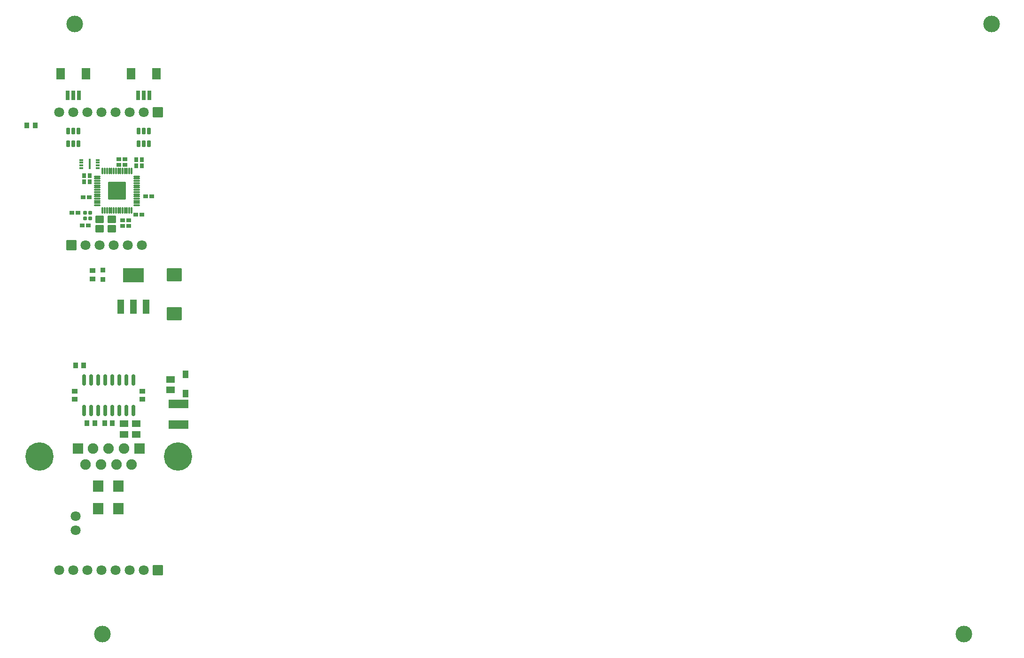
<source format=gts>
G04 Layer: TopSolderMaskLayer*
G04 EasyEDA v6.5.29, 2023-07-20 14:59:44*
G04 987ae69db31144c28cf86215047d26b3,5a6b42c53f6a479593ecc07194224c93,10*
G04 Gerber Generator version 0.2*
G04 Scale: 100 percent, Rotated: No, Reflected: No *
G04 Dimensions in millimeters *
G04 leading zeros omitted , absolute positions ,4 integer and 5 decimal *
%FSLAX45Y45*%
%MOMM*%

%AMMACRO1*1,1,$1,$2,$3*1,1,$1,$4,$5*1,1,$1,0-$2,0-$3*1,1,$1,0-$4,0-$5*20,1,$1,$2,$3,$4,$5,0*20,1,$1,$4,$5,0-$2,0-$3,0*20,1,$1,0-$2,0-$3,0-$4,0-$5,0*20,1,$1,0-$4,0-$5,$2,$3,0*4,1,4,$2,$3,$4,$5,0-$2,0-$3,0-$4,0-$5,$2,$3,0*%
%ADD10MACRO1,0.1016X1.296X-1.1038X-1.296X-1.1038*%
%ADD11MACRO1,0.1016X1.296X1.1038X-1.296X1.1038*%
%ADD12MACRO1,0.1016X0.4032X0.432X0.4032X-0.432*%
%ADD13MACRO1,0.1016X-0.4032X0.432X-0.4032X-0.432*%
%ADD14MACRO1,0.1016X0.432X-0.4032X-0.432X-0.4032*%
%ADD15MACRO1,0.1016X0.432X0.4032X-0.432X0.4032*%
%ADD16MACRO1,0.1016X0.45X0.4X0.45X-0.4*%
%ADD17MACRO1,0.1016X-0.4X0.45X0.4X0.45*%
%ADD18MACRO1,0.1016X-0.266X0.536X0.266X0.536*%
%ADD19MACRO1,0.1016X-0.85X0.85X0.85X0.85*%
%ADD20C,1.8016*%
%ADD21MACRO1,0.1016X-0.525X-1.2325X0.525X-1.2325*%
%ADD22MACRO1,0.1016X1.77X-1.2325X-1.77X-1.2325*%
%ADD23MACRO1,0.1016X0.3X-0.775X-0.3X-0.775*%
%ADD24MACRO1,0.1016X0.75X-1X-0.75X-1*%
%ADD25MACRO1,0.1016X0.6885X-0.5663X-0.6885X-0.5663*%
%ADD26MACRO1,0.1016X0.6885X0.5663X-0.6885X0.5663*%
%ADD27MACRO1,0.1016X-0.9X-1X-0.9X1*%
%ADD28O,0.7036053999999999X2.0725892000000004*%
%ADD29MACRO1,0.1016X1.7496X-0.7033X-1.7496X-0.7033*%
%ADD30MACRO1,0.1016X1.7496X0.7033X-1.7496X0.7033*%
%ADD31MACRO1,0.1016X0.475X0.6X0.475X-0.6*%
%ADD32MACRO1,0.1016X-0.4X0.4X0.4X0.4*%
%ADD33MACRO1,0.1016X0.275X-0.275X-0.275X-0.275*%
%ADD34MACRO1,0.1016X-0.395X-0.27X-0.395X0.27*%
%ADD35MACRO1,0.1016X0.395X-0.27X0.395X0.27*%
%ADD36MACRO1,0.1016X0.27X-0.395X-0.27X-0.395*%
%ADD37MACRO1,0.1016X0.27X0.395X-0.27X0.395*%
%ADD38MACRO1,0.1016X-0.3X0.14X0.3X0.14*%
%ADD39MACRO1,0.1016X0.15X-0.85X-0.15X-0.85*%
%ADD40MACRO1,0.1016X0.395X0.27X0.395X-0.27*%
%ADD41MACRO1,0.1016X-0.395X0.27X-0.395X-0.27*%
%ADD42MACRO1,0.1X-0.55X0.1X0.55X0.1*%
%ADD43MACRO1,0.1X-0.1X-0.55X-0.1X0.55*%
%ADD44MACRO1,0.1X0.55X-0.1X-0.55X-0.1*%
%ADD45MACRO1,0.1X0.1X0.55X0.1X-0.55*%
%ADD46MACRO1,0.1X-1.55X1.55X1.55X1.55*%
%ADD47MACRO1,0.1016X0.7X-0.6X0.7X0.6*%
%ADD48MACRO1,0.1016X-0.7X-0.6X-0.7X0.6*%
%ADD49MACRO1,0.1016X-0.7X0.6X-0.7X-0.6*%
%ADD50MACRO1,0.1016X0.7X0.6X0.7X-0.6*%
%ADD51MACRO1,0.1016X-0.27X0.395X0.27X0.395*%
%ADD52MACRO1,0.1016X-0.27X-0.395X0.27X-0.395*%
%ADD53MACRO1,0.1016X-0.85X-0.85X0.85X-0.85*%
%ADD54C,1.9016*%
%ADD55C,5.1016*%
%ADD56MACRO1,0.1016X-0.9X0.9X0.9X0.9*%
%ADD57MACRO1,0.1016X0.9X0.9X-0.9X0.9*%
%ADD58C,3.0000*%
%ADD59C,0.0133*%

%LPD*%
D10*
G01*
X6096000Y5926424D03*
D11*
G01*
X6096000Y5224175D03*
D12*
G01*
X3442575Y8623300D03*
D13*
G01*
X3593224Y8623300D03*
D14*
G01*
X4622800Y6006224D03*
D15*
G01*
X4622800Y5855575D03*
D16*
G01*
X4305300Y3689200D03*
G01*
X4305300Y3829199D03*
D17*
G01*
X4464199Y4292600D03*
G01*
X4324200Y4292600D03*
D16*
G01*
X5524500Y3689200D03*
G01*
X5524500Y3829199D03*
D17*
G01*
X4667399Y3251200D03*
G01*
X4527400Y3251200D03*
G01*
X4984899Y3251200D03*
G01*
X4844900Y3251200D03*
D18*
G01*
X5454904Y8292490D03*
G01*
X5549900Y8292490D03*
G01*
X5644895Y8292490D03*
G01*
X5644895Y8522309D03*
G01*
X5549900Y8522309D03*
G01*
X5454904Y8522309D03*
D19*
G01*
X4243689Y6464287D03*
D20*
G01*
X4497679Y6464274D03*
G01*
X4751679Y6464274D03*
G01*
X5005679Y6464274D03*
G01*
X5259679Y6464274D03*
G01*
X5513679Y6464274D03*
D21*
G01*
X5129400Y5353050D03*
G01*
X5359400Y5353050D03*
G01*
X5589399Y5353050D03*
D22*
G01*
X5359400Y5924550D03*
D23*
G01*
X5649899Y9166148D03*
G01*
X5549900Y9166148D03*
G01*
X5449900Y9166148D03*
D24*
G01*
X5319899Y9553648D03*
G01*
X5779898Y9553648D03*
D25*
G01*
X5410200Y3249604D03*
D26*
G01*
X5410200Y3049595D03*
D25*
G01*
X5194300Y3249604D03*
D26*
G01*
X5194300Y3049595D03*
D27*
G01*
X5092700Y1717700D03*
G01*
X5092700Y2117699D03*
G01*
X4724400Y1717700D03*
G01*
X4724400Y2117699D03*
D28*
G01*
X4470400Y3485642D03*
G01*
X4597400Y3485642D03*
G01*
X4724400Y3485642D03*
G01*
X4851400Y3485642D03*
G01*
X4978400Y3485642D03*
G01*
X5105400Y3485642D03*
G01*
X5232400Y3485642D03*
G01*
X5359400Y3485642D03*
G01*
X4470400Y4032757D03*
G01*
X4597400Y4032757D03*
G01*
X4724400Y4032757D03*
G01*
X4851400Y4032757D03*
G01*
X4978400Y4032757D03*
G01*
X5105400Y4032757D03*
G01*
X5232400Y4032757D03*
G01*
X5359400Y4032757D03*
D29*
G01*
X6172200Y3601633D03*
D30*
G01*
X6172200Y3230966D03*
D31*
G01*
X6299200Y3792397D03*
G01*
X6299200Y4132402D03*
D26*
G01*
X6032496Y3853073D03*
D25*
G01*
X6032496Y4046326D03*
D32*
G01*
X4813297Y5845812D03*
G01*
X4813297Y6015992D03*
D33*
G01*
X4581401Y6950176D03*
G01*
X4581401Y7045192D03*
G01*
X4486379Y7045197D03*
G01*
X4486380Y6950176D03*
D34*
G01*
X4359803Y7048502D03*
D35*
G01*
X4250791Y7048502D03*
D34*
G01*
X4563003Y7327902D03*
D35*
G01*
X4453991Y7327902D03*
D36*
G01*
X4470400Y7712603D03*
D37*
G01*
X4470400Y7603591D03*
D36*
G01*
X4572000Y7712603D03*
D37*
G01*
X4572000Y7603591D03*
D38*
G01*
X4722738Y7849798D03*
G01*
X4722738Y7899811D03*
G01*
X4722738Y7949798D03*
G01*
X4722738Y7999811D03*
G01*
X4421256Y7849798D03*
G01*
X4421256Y7899811D03*
G01*
X4421256Y7949798D03*
G01*
X4421256Y7999811D03*
D39*
G01*
X4571994Y7924802D03*
D40*
G01*
X5584291Y7340602D03*
D41*
G01*
X5693303Y7340602D03*
D40*
G01*
X5406491Y7010402D03*
D41*
G01*
X5515503Y7010402D03*
D34*
G01*
X5210703Y8013702D03*
D35*
G01*
X5101691Y8013702D03*
D42*
G01*
X4712290Y7702207D03*
G01*
X4712290Y7662202D03*
G01*
X4712290Y7622197D03*
G01*
X4712290Y7582192D03*
G01*
X4712290Y7542212D03*
G01*
X4712290Y7502207D03*
G01*
X4712290Y7462202D03*
G01*
X4712290Y7422197D03*
G01*
X4712290Y7382192D03*
G01*
X4712290Y7342212D03*
G01*
X4712290Y7302207D03*
G01*
X4712290Y7262202D03*
G01*
X4712290Y7222197D03*
G01*
X4712290Y7182192D03*
D43*
G01*
X4807305Y7087204D03*
G01*
X4847285Y7087204D03*
G01*
X4887290Y7087204D03*
G01*
X4927295Y7087204D03*
G01*
X4967300Y7087204D03*
G01*
X5007305Y7087204D03*
G01*
X5047284Y7087204D03*
G01*
X5087289Y7087204D03*
G01*
X5127294Y7087204D03*
G01*
X5167299Y7087204D03*
G01*
X5207304Y7087204D03*
G01*
X5247284Y7087204D03*
G01*
X5287289Y7087204D03*
G01*
X5327294Y7087204D03*
D44*
G01*
X5422308Y7182192D03*
G01*
X5422308Y7222197D03*
G01*
X5422308Y7262202D03*
G01*
X5422308Y7302207D03*
G01*
X5422308Y7342212D03*
G01*
X5422308Y7382192D03*
G01*
X5422308Y7422197D03*
G01*
X5422308Y7462202D03*
G01*
X5422308Y7502207D03*
G01*
X5422308Y7542212D03*
G01*
X5422308Y7582192D03*
G01*
X5422308Y7622197D03*
G01*
X5422308Y7662202D03*
G01*
X5422308Y7702207D03*
D45*
G01*
X5327294Y7797195D03*
G01*
X5287289Y7797195D03*
G01*
X5247284Y7797195D03*
G01*
X5207304Y7797195D03*
G01*
X5167299Y7797195D03*
G01*
X5127294Y7797195D03*
G01*
X5087289Y7797195D03*
G01*
X5047284Y7797195D03*
G01*
X5007305Y7797195D03*
G01*
X4967300Y7797195D03*
G01*
X4927295Y7797195D03*
G01*
X4887290Y7797195D03*
G01*
X4847285Y7797195D03*
G01*
X4807305Y7797195D03*
D46*
G01*
X5067294Y7442205D03*
D40*
G01*
X5165191Y6908802D03*
D41*
G01*
X5274203Y6908802D03*
D40*
G01*
X5165191Y6807202D03*
D41*
G01*
X5274203Y6807202D03*
D40*
G01*
X4441294Y6819900D03*
D41*
G01*
X4550305Y6819900D03*
D47*
G01*
X4754100Y6760311D03*
D48*
G01*
X4974099Y6760311D03*
D49*
G01*
X4974099Y6930313D03*
D50*
G01*
X4754100Y6930313D03*
D51*
G01*
X5511797Y7895696D03*
D52*
G01*
X5511797Y8004708D03*
D40*
G01*
X5101691Y7912102D03*
D41*
G01*
X5210703Y7912102D03*
D36*
G01*
X5410197Y8004708D03*
D37*
G01*
X5410197Y7895696D03*
D23*
G01*
X4379899Y9166148D03*
G01*
X4279900Y9166148D03*
G01*
X4179900Y9166148D03*
D24*
G01*
X4049899Y9553648D03*
G01*
X4509898Y9553648D03*
D18*
G01*
X4184904Y8292490D03*
G01*
X4279900Y8292490D03*
G01*
X4374895Y8292490D03*
G01*
X4374895Y8522309D03*
G01*
X4279900Y8522309D03*
G01*
X4184904Y8522309D03*
D53*
G01*
X5802088Y8857381D03*
D20*
G01*
X5548096Y8857386D03*
G01*
X5294096Y8857386D03*
G01*
X5040096Y8857386D03*
G01*
X4786096Y8857386D03*
G01*
X4532096Y8857386D03*
G01*
X4278096Y8857386D03*
G01*
X4024096Y8857386D03*
D53*
G01*
X5801789Y606198D03*
D20*
G01*
X5547791Y606196D03*
G01*
X5293791Y606196D03*
G01*
X5039791Y606196D03*
G01*
X4785791Y606196D03*
G01*
X4531791Y606196D03*
G01*
X4277791Y606196D03*
G01*
X4023791Y606196D03*
D54*
G01*
X4914849Y2796286D03*
D55*
G01*
X3664889Y2654325D03*
D56*
G01*
X4360849Y2796285D03*
D54*
G01*
X4637836Y2796286D03*
G01*
X5191836Y2796286D03*
D57*
G01*
X5468851Y2796298D03*
D54*
G01*
X4499356Y2512288D03*
G01*
X4776343Y2512288D03*
G01*
X5053355Y2512288D03*
G01*
X5330342Y2512288D03*
D55*
G01*
X6164884Y2654325D03*
D20*
G01*
X4318000Y1320800D03*
G01*
X4318000Y1574800D03*
D58*
G01*
X4301998Y10451998D03*
G01*
X20830997Y10451998D03*
G01*
X4801997Y-545998D03*
G01*
X20330998Y-545998D03*
M02*

</source>
